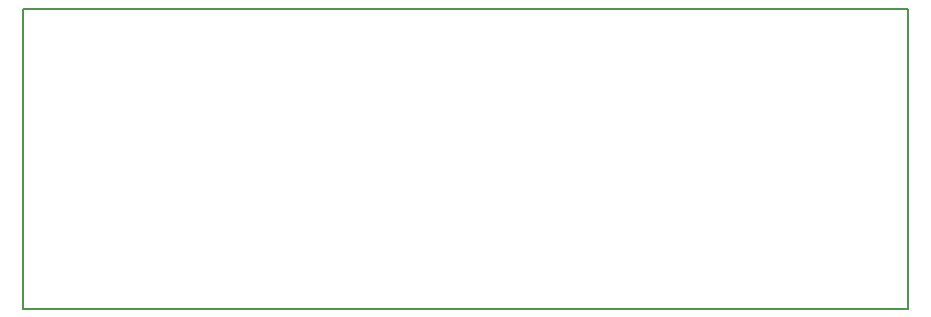
<source format=gm1>
G04*
G04 #@! TF.GenerationSoftware,Altium Limited,Altium Designer,19.1.9 (167)*
G04*
G04 Layer_Color=16711935*
%FSLAX25Y25*%
%MOIN*%
G70*
G01*
G75*
%ADD74C,0.00598*%
D74*
X0Y100000D02*
X295000D01*
X0Y0D02*
Y100000D01*
Y0D02*
X295000D01*
Y100000D01*
M02*

</source>
